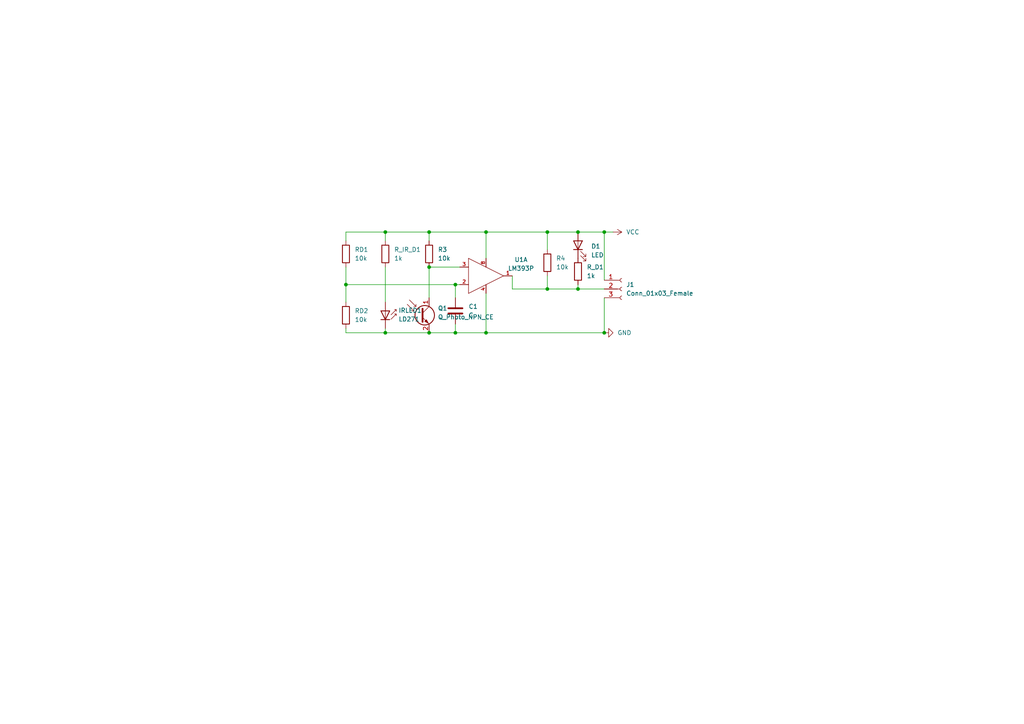
<source format=kicad_sch>
(kicad_sch (version 20211123) (generator eeschema)
  (paper "A4")
  (lib_symbols
    (symbol "Connector:Conn_01x03_Female" (pin_names (offset 1.016) hide)
      (property "Reference" "J" (at 0 5.08 0))
      (property "Value" "Conn_01x03_Female" (at 0 -5.08 0))
      (symbol "Conn_01x03_Female_1_1"
        (arc (start 0 -2.032) (mid -0.508 -2.54) (end 0 -3.048) (stroke (width 0.1524)))
        (polyline (pts (xy -1.27 -2.54) (xy -0.508 -2.54)) (stroke (width 0.1524)))
        (polyline (pts (xy -1.27 0) (xy -0.508 0)) (stroke (width 0.1524)))
        (polyline (pts (xy -1.27 2.54) (xy -0.508 2.54)) (stroke (width 0.1524)))
        (arc (start 0 0.508) (mid -0.508 0) (end 0 -0.508) (stroke (width 0.1524)))
        (arc (start 0 3.048) (mid -0.508 2.54) (end 0 2.032) (stroke (width 0.1524)))
        (pin passive line (at -5.08 2.54 0) (length 3.81) (name "Pin_1") (number "1"))
        (pin passive line (at -5.08 0 0) (length 3.81) (name "Pin_2") (number "2"))
        (pin passive line (at -5.08 -2.54 0) (length 3.81) (name "Pin_3") (number "3"))
      )
    )
    (symbol "Device:C" (pin_numbers hide) (pin_names (offset 0.254))
      (property "Reference" "C" (at 0.635 2.54 0))
      (property "Value" "C" (at 0.635 -2.54 0))
      (symbol "C_0_1"
        (polyline (pts (xy -2.032 -0.762) (xy 2.032 -0.762)) (stroke (width 0.508)))
        (polyline (pts (xy -2.032 0.762) (xy 2.032 0.762)) (stroke (width 0.508)))
      )
      (symbol "C_1_1"
        (pin passive line (at 0 3.81 270) (length 2.794) (name "~") (number "1"))
        (pin passive line (at 0 -3.81 90) (length 2.794) (name "~") (number "2"))
      )
    )
    (symbol "Device:LED" (pin_numbers hide) (pin_names (offset 1.016) hide)
      (property "Reference" "D" (at 0 2.54 0))
      (property "Value" "LED" (at 0 -2.54 0))
      (symbol "LED_0_1"
        (polyline (pts (xy -1.27 -1.27) (xy -1.27 1.27)) (stroke (width 0.254)))
        (polyline (pts (xy -1.27 0) (xy 1.27 0)))
        (polyline (pts (xy 1.27 -1.27) (xy 1.27 1.27) (xy -1.27 0) (xy 1.27 -1.27)) (stroke (width 0.254)))
        (polyline (pts (xy -3.048 -0.762) (xy -4.572 -2.286) (xy -3.81 -2.286) (xy -4.572 -2.286) (xy -4.572 -1.524)))
        (polyline (pts (xy -1.778 -0.762) (xy -3.302 -2.286) (xy -2.54 -2.286) (xy -3.302 -2.286) (xy -3.302 -1.524)))
      )
      (symbol "LED_1_1"
        (pin passive line (at -3.81 0 0) (length 2.54) (name "K") (number "1"))
        (pin passive line (at 3.81 0 180) (length 2.54) (name "A") (number "2"))
      )
    )
    (symbol "Device:Q_Photo_NPN_CE" (pin_names (offset 0) hide)
      (property "Reference" "Q" (at 5.08 1.27 0))
      (property "Value" "Q_Photo_NPN_CE" (at 5.08 -1.27 0))
      (symbol "Q_Photo_NPN_CE_0_1"
        (polyline (pts (xy -1.905 1.27) (xy -2.54 1.27)))
        (polyline (pts (xy -1.27 2.54) (xy -1.905 2.54)))
        (polyline (pts (xy 0.635 0.635) (xy 2.54 2.54)))
        (polyline (pts (xy -3.81 3.175) (xy -1.905 1.27) (xy -1.905 1.905)))
        (polyline (pts (xy -3.175 4.445) (xy -1.27 2.54) (xy -1.27 3.175)))
        (polyline (pts (xy 0.635 -0.635) (xy 2.54 -2.54) (xy 2.54 -2.54)))
        (polyline (pts (xy 0.635 1.905) (xy 0.635 -1.905) (xy 0.635 -1.905)) (stroke (width 0.508)))
        (polyline (pts (xy 1.27 -1.778) (xy 1.778 -1.27) (xy 2.286 -2.286) (xy 1.27 -1.778) (xy 1.27 -1.778)) (fill (type outline)))
        (circle (center 1.27 0) (radius 2.8194) (stroke (width 0.254)))
      )
      (symbol "Q_Photo_NPN_CE_1_1"
        (pin passive line (at 2.54 5.08 270) (length 2.54) (name "C") (number "1"))
        (pin passive line (at 2.54 -5.08 90) (length 2.54) (name "E") (number "2"))
      )
    )
    (symbol "Device:R" (pin_numbers hide) (pin_names (offset 0))
      (property "Reference" "R" (at 2.032 0 90))
      (property "Value" "R" (at 0 0 90))
      (symbol "R_0_1"
        (rectangle (start -1.016 -2.54) (end 1.016 2.54) (stroke (width 0.254)))
      )
      (symbol "R_1_1"
        (pin passive line (at 0 3.81 270) (length 1.27) (name "~") (number "1"))
        (pin passive line (at 0 -3.81 90) (length 1.27) (name "~") (number "2"))
      )
    )
    (symbol "LED:LD271" (pin_numbers hide) (pin_names (offset 1.016) hide)
      (property "Reference" "D" (at 0.508 1.778 0))
      (property "Value" "LD271" (at -1.016 -2.794 0))
      (symbol "LD271_0_1"
        (polyline (pts (xy -2.54 1.27) (xy -2.54 -1.27)) (stroke (width 0.254)))
        (polyline (pts (xy 0 0) (xy -2.54 0)))
        (polyline (pts (xy 0.381 3.175) (xy -0.127 3.175)))
        (polyline (pts (xy -1.143 1.651) (xy 0.381 3.175) (xy 0.381 2.667)))
        (polyline (pts (xy 0 -1.27) (xy -2.54 0) (xy 0 1.27) (xy 0 -1.27)) (stroke (width 0.254)))
        (polyline (pts (xy -2.413 1.651) (xy -0.889 3.175) (xy -0.889 2.667) (xy -0.889 3.175) (xy -1.397 3.175)))
      )
      (symbol "LD271_1_1"
        (pin passive line (at -5.08 0 0) (length 2.54) (name "K") (number "1"))
        (pin passive line (at 2.54 0 180) (length 2.54) (name "A") (number "2"))
      )
    )
    (symbol "eec:LM393P" (pin_names (offset 1.016))
      (property "Reference" "U" (at 0 5.08 0))
      (property "Value" "LM393P" (at 0 7.62 0))
      (symbol "LM393P_1_0"
        (text "+" (at 5.588 1.27 0) (effects (font (size 1.524 1.524))))
        (text "+" (at 5.842 1.27 0) (effects (font (size 1.524 1.524))))
        (text "_" (at 5.588 0.762 0) (effects (font (size 1.524 1.524))))
        (text "_" (at 5.588 0.762 0) (effects (font (size 1.524 1.524))))
      )
      (symbol "LM393P_1_1"
        (polyline (pts (xy 5.08 -7.62) (xy 5.08 2.54)))
        (polyline (pts (xy 5.08 -7.62) (xy 15.24 -2.54)))
        (polyline (pts (xy 5.08 2.54) (xy 15.24 -2.54)))
        (pin unspecified line (at 17.78 -2.54 180) (length 2.54) (name "1OUT") (number "1"))
        (pin unspecified line (at 2.54 -5.08 0) (length 2.54) (name "1IN−") (number "2"))
        (pin unspecified line (at 2.54 0 0) (length 2.54) (name "1IN+") (number "3"))
        (pin unspecified line (at 10.16 -7.62 90) (length 2.54) (name "GND") (number "4"))
        (pin unspecified line (at 10.16 2.54 270) (length 2.54) (name "VCC") (number "8"))
      )
      (symbol "LM393P_2_1"
        (polyline (pts (xy 5.08 -7.62) (xy 5.08 2.54)))
        (polyline (pts (xy 5.08 -7.62) (xy 12.7 -2.54)))
        (polyline (pts (xy 5.08 2.54) (xy 12.7 -2.54)))
        (pin unspecified line (at 2.54 0 0) (length 2.54) (name "2IN+") (number "5"))
        (pin unspecified line (at 2.54 -5.08 0) (length 2.54) (name "2IN-") (number "6"))
        (pin unspecified line (at 15.24 -2.54 180) (length 2.54) (name "2OUT") (number "7"))
      )
    )
    (symbol "power:GND" (power) (pin_names (offset 0))
      (property "Value" "GND" (at 0 -3.81 0))
      (symbol "GND_0_1"
        (polyline (pts (xy 0 0) (xy 0 -1.27) (xy 1.27 -1.27) (xy 0 -2.54) (xy -1.27 -1.27) (xy 0 -1.27)))
      )
      (symbol "GND_1_1"
        (pin power_in line (at 0 0 270) (length 0) hide (name "GND") (number "1"))
      )
    )
    (symbol "power:VCC" (power) (pin_names (offset 0))
      (property "Value" "VCC" (at 0 3.81 0))
      (symbol "VCC_0_1"
        (polyline (pts (xy -0.762 1.27) (xy 0 2.54)))
        (polyline (pts (xy 0 0) (xy 0 2.54)))
        (polyline (pts (xy 0 2.54) (xy 0.762 1.27)))
      )
      (symbol "VCC_1_1"
        (pin power_in line (at 0 0 90) (length 0) hide (name "VCC") (number "1"))
      )
    )
  )
  (junction (at 132.08 96.52))
  (junction (at 111.76 96.52))
  (junction (at 158.75 67.31))
  (junction (at 167.64 83.82))
  (junction (at 100.33 82.55))
  (junction (at 124.46 96.52))
  (junction (at 140.97 96.52))
  (junction (at 132.08 82.55))
  (junction (at 175.26 96.52))
  (junction (at 167.64 67.31))
  (junction (at 111.76 67.31))
  (junction (at 140.97 67.31))
  (junction (at 158.75 83.82))
  (junction (at 175.26 67.31))
  (junction (at 124.46 77.47))
  (junction (at 124.46 67.31))
  (wire (pts (xy 100.33 95.25) (xy 100.33 96.52)))
  (wire (pts (xy 100.33 96.52) (xy 111.76 96.52)))
  (wire (pts (xy 100.33 82.55) (xy 132.08 82.55)))
  (wire (pts (xy 111.76 77.47) (xy 111.76 87.63)))
  (wire (pts (xy 132.08 93.98) (xy 132.08 96.52)))
  (wire (pts (xy 158.75 80.01) (xy 158.75 83.82)))
  (wire (pts (xy 132.08 96.52) (xy 140.97 96.52)))
  (wire (pts (xy 100.33 82.55) (xy 100.33 87.63)))
  (wire (pts (xy 167.64 67.31) (xy 175.26 67.31)))
  (wire (pts (xy 158.75 72.39) (xy 158.75 67.31)))
  (wire (pts (xy 175.26 67.31) (xy 177.8 67.31)))
  (wire (pts (xy 158.75 83.82) (xy 148.59 83.82)))
  (wire (pts (xy 132.08 82.55) (xy 133.35 82.55)))
  (wire (pts (xy 167.64 83.82) (xy 158.75 83.82)))
  (wire (pts (xy 124.46 67.31) (xy 140.97 67.31)))
  (wire (pts (xy 100.33 67.31) (xy 111.76 67.31)))
  (wire (pts (xy 124.46 77.47) (xy 133.35 77.47)))
  (wire (pts (xy 148.59 83.82) (xy 148.59 80.01)))
  (wire (pts (xy 158.75 67.31) (xy 167.64 67.31)))
  (wire (pts (xy 140.97 96.52) (xy 175.26 96.52)))
  (wire (pts (xy 140.97 67.31) (xy 140.97 74.93)))
  (wire (pts (xy 124.46 96.52) (xy 132.08 96.52)))
  (wire (pts (xy 111.76 67.31) (xy 111.76 69.85)))
  (wire (pts (xy 175.26 67.31) (xy 175.26 81.28)))
  (wire (pts (xy 111.76 96.52) (xy 124.46 96.52)))
  (wire (pts (xy 124.46 77.47) (xy 124.46 86.36)))
  (wire (pts (xy 140.97 67.31) (xy 158.75 67.31)))
  (wire (pts (xy 124.46 67.31) (xy 124.46 69.85)))
  (wire (pts (xy 111.76 67.31) (xy 124.46 67.31)))
  (wire (pts (xy 140.97 85.09) (xy 140.97 96.52)))
  (wire (pts (xy 111.76 95.25) (xy 111.76 96.52)))
  (wire (pts (xy 167.64 83.82) (xy 167.64 82.55)))
  (wire (pts (xy 100.33 77.47) (xy 100.33 82.55)))
  (wire (pts (xy 132.08 82.55) (xy 132.08 86.36)))
  (wire (pts (xy 100.33 69.85) (xy 100.33 67.31)))
  (wire (pts (xy 175.26 96.52) (xy 175.26 86.36)))
  (wire (pts (xy 175.26 83.82) (xy 167.64 83.82)))
  (symbol (lib_id "power:GND") (at 175.26 96.52 90) (unit 1)
    (property "Reference" "#PWR0102" (effects hide))
    (property "Value" "GND" (at 179.07 96.5199 90) (effects (justify right)))
  )
  (symbol (lib_id "LED:LD271") (at 111.76 90.17 270) (mirror x) (unit 1)
    (property "Reference" "IRLED1" (at 115.57 90.0429 90) (effects (justify left)))
    (property "Value" "LD271" (at 115.57 92.5829 90) (effects (justify left)))
    (property "Footprint" "LED_THT:LED_D5.0mm_IRGrey" (effects hide))
    (property "Datasheet" "http://www.alliedelec.com/m/d/40788c34903a719969df15f1fbea1056.pdf" (effects hide))
  )
  (symbol (lib_id "Connector:Conn_01x03_Female") (at 180.34 83.82 0) (unit 1)
    (property "Reference" "J1" (at 181.61 82.5499 0) (effects (justify left)))
    (property "Value" "Conn_01x03_Female" (at 181.61 85.0899 0) (effects (justify left)))
    (property "Footprint" "Connector_JST:JST_XH_B3B-XH-AM_1x03_P2.50mm_Vertical" (effects hide))
  )
  (symbol (lib_id "Device:R") (at 100.33 91.44 0) (unit 1)
    (property "Reference" "RD2" (at 102.87 90.1699 0) (effects (justify left)))
    (property "Value" "10k" (at 102.87 92.7099 0) (effects (justify left)))
    (property "Footprint" "Resistor_THT:R_Box_L8.4mm_W2.5mm_P5.08mm" (effects hide))
  )
  (symbol (lib_id "Device:R") (at 167.64 78.74 0) (unit 1)
    (property "Reference" "R_D1" (at 170.18 77.4699 0) (effects (justify left)))
    (property "Value" "1k" (at 170.18 80.0099 0) (effects (justify left)))
    (property "Footprint" "Resistor_THT:R_Box_L8.4mm_W2.5mm_P5.08mm" (effects hide))
  )
  (symbol (lib_id "Device:R") (at 124.46 73.66 180) (unit 1)
    (property "Reference" "R3" (at 127 72.3899 0) (effects (justify right)))
    (property "Value" "10k" (at 127 74.9299 0) (effects (justify right)))
    (property "Footprint" "Resistor_THT:R_Box_L8.4mm_W2.5mm_P5.08mm" (effects hide))
  )
  (symbol (lib_id "Device:Q_Photo_NPN_CE") (at 121.92 91.44 0) (unit 1)
    (property "Reference" "Q1" (at 127 89.4206 0) (effects (justify left)))
    (property "Value" "Q_Photo_NPN_CE" (at 127 91.9606 0) (effects (justify left)))
    (property "Footprint" "LED_THT:LED_D5.0mm_IRGrey" (effects hide))
  )
  (symbol (lib_id "Device:R") (at 158.75 76.2 0) (unit 1)
    (property "Reference" "R4" (at 161.29 74.9299 0) (effects (justify left)))
    (property "Value" "10k" (at 161.29 77.4699 0) (effects (justify left)))
    (property "Footprint" "Resistor_THT:R_Box_L8.4mm_W2.5mm_P5.08mm" (effects hide))
  )
  (symbol (lib_id "Device:C") (at 132.08 90.17 180) (unit 1)
    (property "Reference" "C1" (at 135.89 88.8999 0) (effects (justify right)))
    (property "Value" "C" (at 135.89 91.4399 0) (effects (justify right)))
    (property "Footprint" "Capacitor_THT:C_Disc_D4.3mm_W1.9mm_P5.00mm" (effects hide))
  )
  (symbol (lib_id "eec:LM393P") (at 130.81 77.47 0) (unit 1)
    (property "Reference" "U1" (at 151.13 75.311 0))
    (property "Value" "LM393P" (at 151.13 77.851 0))
    (property "Footprint" "eec:Texas_Instruments-P_R-PDIP-T8-0-0-0" (effects hide))
    (property "Datasheet" "http://www-s.ti.com/sc/ds/lm193.pdf" (effects hide))
    (property "category" "IC" (effects hide))
    (property "digikey description" "IC DUAL DIFF COMP 8-DIP" (effects hide))
    (property "digikey part number" "296-1398-5-ND" (effects hide))
    (property "ipc land pattern name" "DIP794W46P254L959H508Q8" (effects hide))
    (property "lead free" "yes" (effects hide))
    (property "library id" "769f2784d21fb492" (effects hide))
    (property "manufacturer" "Texas Instruments" (effects hide))
    (property "mouser part number" "595-LM393P" (effects hide))
    (property "package" "PDIP8" (effects hide))
    (property "rohs" "yes" (effects hide))
    (property "temperature range high" "+70°C" (effects hide))
    (property "temperature range low" "0°C" (effects hide))
  )
  (symbol (lib_id "Device:R") (at 100.33 73.66 0) (unit 1)
    (property "Reference" "RD1" (at 102.87 72.3899 0) (effects (justify left)))
    (property "Value" "10k" (at 102.87 74.9299 0) (effects (justify left)))
    (property "Footprint" "Resistor_THT:R_Box_L8.4mm_W2.5mm_P5.08mm" (effects hide))
  )
  (symbol (lib_id "Device:LED") (at 167.64 71.12 90) (unit 1)
    (property "Reference" "D1" (at 171.45 71.4374 90) (effects (justify right)))
    (property "Value" "LED" (at 171.45 73.9774 90) (effects (justify right)))
    (property "Footprint" "LED_THT:LED_D5.0mm_IRGrey" (effects hide))
  )
  (symbol (lib_id "power:VCC") (at 177.8 67.31 270) (unit 1)
    (property "Reference" "#PWR0101" (effects hide))
    (property "Value" "VCC" (at 181.61 67.3099 90) (effects (justify left)))
  )
  (symbol (lib_id "Device:R") (at 111.76 73.66 0) (unit 1)
    (property "Reference" "R_IR_D1" (at 114.3 72.3899 0) (effects (justify left)))
    (property "Value" "1k" (at 114.3 74.9299 0) (effects (justify left)))
    (property "Footprint" "Resistor_THT:R_Box_L8.4mm_W2.5mm_P5.08mm" (effects hide))
  )
)
</source>
